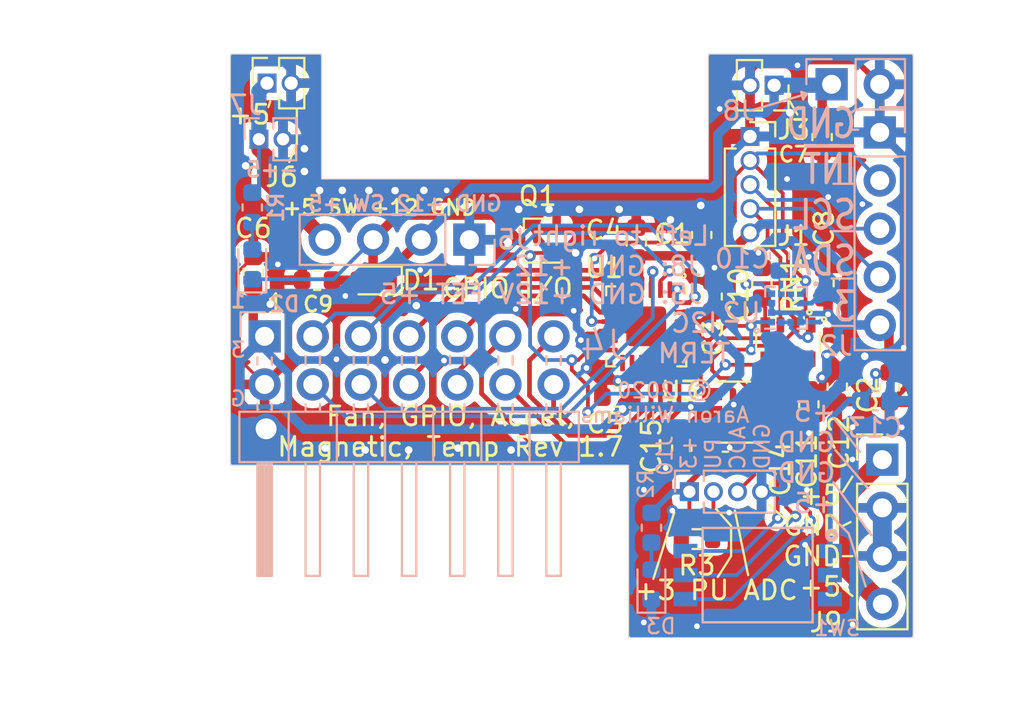
<source format=kicad_pcb>
(kicad_pcb (version 20221018) (generator pcbnew)
  (title_block (title "GPIO + Fan Controller + Accelerometer") (date "2020-12-29") (rev "1.7") (comment 1 "© 2020 Aaron Williams"))
  (layers (0 "F.Cu" signal) (31 "B.Cu" signal) (34 "B.Paste" user) (35 "F.Paste" user) (36 "B.SilkS" user "B.Silkscreen") (37 "F.SilkS" user "F.Silkscreen") (38 "B.Mask" user) (39 "F.Mask" user) (44 "Edge.Cuts" user))
  (net 0 "")
  (net 1 "GND")
  (net 2 "+3V3")
  (net 3 "/SDA")
  (net 4 "/SCL")
  (net 5 "/~{INT}")
  (net 6 "+12V")
  (net 7 "/P1_3")
  (net 8 "/P1_2")
  (net 9 "/P1_1")
  (net 10 "/P1_0")
  (net 11 "/P0_7")
  (net 12 "/P0_6")
  (net 13 "/P0_5")
  (net 14 "/P0_4")
  (net 15 "/P0_3")
  (net 16 "/P0_2")
  (net 17 "/P0_1")
  (net 18 "/P0_0")
  (net 19 "/FAN_CTL")
  (net 20 "Net-(U1-Pad14)")
  (net 21 "Net-(U1-Pad13)")
  (net 22 "Net-(U1-Pad12)")
  (net 23 "+5V")
  (net 24 "/FET")
  (net 25 "/~{INT_PU}")
  (net 26 "/SDA_PU")
  (net 27 "/SCL_PU")
  (net 28 "Net-(D2-Pad2)")
  (net 29 "Net-(D3-Pad2)")
  (net 30 "Net-(C10-Pad1)")
  (net 31 "Net-(J9-Pad1)")
  (net 32 "/ADC_IN")
  (net 33 "/PU_OUT")
  (footprint "Capacitor_SMD:C_0603_1608Metric" (layer "F.Cu") (at 70.4 60.1 180)
    (fp_text reference "C5")
    (fp_text value "1uF")
  )
  (footprint "Capacitor_SMD:C_0603_1608Metric" (layer "F.Cu") (at 51.2 53.5 90)
    (fp_text reference "C6")
    (fp_text value "1uF")
  )
  (footprint "Connector_PinSocket_1.27mm:PinSocket_1x05_P1.27mm_Vertical" (layer "F.Cu") (at 77.4 46.355)
    (fp_text reference "J1")
    (fp_text value "Conn_01x05")
  )
  (footprint "Package_TO_SOT_SMD:SOT-323_SC-70" (layer "F.Cu") (at 66.2 51.85 180)
    (fp_text reference "Q1")
    (fp_text value "BSS214NW")
  )
  (footprint "Capacitor_SMD:C_0603_1608Metric" (layer "F.Cu") (at 75.4 54.8 90)
    (fp_text reference "C3")
    (fp_text value "1uF")
  )
  (footprint "Package_DFN_QFN:Texas_S-PVQFN-N24_EP2.1x2.1mm" (layer "F.Cu") (at 71.925 56.375 -90)
    (fp_text reference "U1")
    (fp_text value "PCA9575HF")
  )
  (footprint "Connector_PinSocket_1.27mm:PinSocket_1x02_P1.27mm_Vertical" (layer "F.Cu") (at 78.67 43.65 -90)
    (fp_text reference "J3")
    (fp_text value "Conn_01x02")
  )
  (footprint "Capacitor_SMD:C_0603_1608Metric" (layer "F.Cu") (at 71.4 51.95 90)
    (fp_text reference "C4")
    (fp_text value "1uF")
  )
  (footprint "Resistor_SMD:R_Array_Convex_4x0603" (layer "F.Cu") (at 79.4 57.2 -90)
    (fp_text reference "RN1")
    (fp_text value "4.7K")
  )
  (footprint "Capacitor_SMD:C_0603_1608Metric" (layer "F.Cu") (at 84.75 59.59 -90)
    (fp_text reference "C2")
    (fp_text value "1uF")
  )
  (footprint "Connector_PinSocket_1.27mm:PinSocket_1x02_P1.27mm_Vertical" (layer "F.Cu") (at 51.93 43.54 90)
    (fp_text reference "J6")
    (fp_text value "Conn_01x02")
  )
  (footprint "Capacitor_SMD:C_0603_1608Metric" (layer "F.Cu") (at 81.2 46.3875 -90)
    (fp_text reference "C7")
    (fp_text value "1uF")
  )
  (footprint "Diode_SMD:D_0603_1608Metric" (layer "F.Cu") (at 57.55 53.95 180)
    (fp_text reference "D1")
    (fp_text value "D_Schottky")
  )
  (footprint "Capacitor_SMD:C_0603_1608Metric" (layer "F.Cu") (at 74.85 51.55 90)
    (fp_text reference "C1")
    (fp_text value "1uF")
  )
  (footprint "Capacitor_SMD:C_0603_1608Metric" (layer "F.Cu") (at 54.57 53.94 180)
    (fp_text reference "C9")
    (fp_text value "1uF")
  )
  (footprint "Capacitor_SMD:C_0603_1608Metric" (layer "F.Cu") (at 78.025 54.075 90)
    (fp_text reference "C10")
    (fp_text value "0.01uF")
  )
  (footprint "Capacitor_SMD:C_0603_1608Metric" (layer "F.Cu") (at 80.5 60.4875 -90)
    (fp_text reference "C11")
    (fp_text value "0.1uF")
  )
  (footprint "Capacitor_SMD:C_0603_1608Metric" (layer "F.Cu") (at 82 59.55 -90)
    (fp_text reference "C12")
    (fp_text value "10uF")
  )
  (footprint "Capacitor_SMD:C_0603_1608Metric" (layer "F.Cu") (at 81.3 54.1 90)
    (fp_text reference "C8")
    (fp_text value "0.1uF")
  )
  (footprint "Connector_PinHeader_2.54mm:PinHeader_1x04_P2.54mm_Vertical" (layer "F.Cu") (at 84.375 63.41)
    (fp_text reference "J9")
    (fp_text value "Conn_01x04 DNS")
  )
  (footprint "Capacitor_SMD:C_0603_1608Metric" (layer "F.Cu") (at 76.1 63.5)
    (fp_text reference "C14")
    (fp_text value "1uF")
  )
  (footprint "Capacitor_SMD:C_0603_1608Metric" (layer "F.Cu") (at 73.8 62.8 -90)
    (fp_text reference "C15")
    (fp_text value "0.1uF")
  )
  (footprint "Package_TO_SOT_SMD:SOT-23-6" (layer "F.Cu") (at 76.5 60.9 180)
    (fp_text reference "U3")
    (fp_text value "ADS1110")
  )
  (footprint "Resistor_SMD:R_0603_1608Metric" (layer "F.Cu") (at 74.6 67.6)
    (fp_text reference "R3")
    (fp_text value "4.7K")
  )
  (footprint "Connector_PinHeader_2.54mm:PinHeader_1x05_P2.54mm_Vertical" (layer "B.Cu") (at 84.24 46.14 180)
    (fp_text reference "J2")
    (fp_text value "Conn_01x05 DNS")
  )
  (footprint "Connector_PinHeader_2.54mm:PinHeader_2x07_P2.54mm_Horizontal" (layer "B.Cu") (at 51.8 56.9 -90)
    (fp_text reference "J4")
    (fp_text value "Conn_02x07_Odd_Even")
  )
  (footprint "Connector_PinHeader_1.27mm:PinHeader_1x02_P1.27mm_Vertical" (layer "B.Cu") (at 51.5 46.5 -90)
    (fp_text reference "J7")
    (fp_text value "Conn_01x02 DNS")
  )
  (footprint "Aaron:SW_DIP_SPSTx03_Slide_Wurth_416131160803_8.89x4.98mm_W2.65mm_P1.27mm" (layer "B.Cu") (at 77.8 69.5 -90)
    (fp_text reference "SW1")
    (fp_text value "SW_DIP_x03")
  )
  (footprint "Connector_PinHeader_2.54mm:PinHeader_1x02_P2.54mm_Vertical" (layer "B.Cu") (at 81.7 43.6 -90)
    (fp_text reference "J8")
    (fp_text value "Conn_01x02 DNS")
  )
  (footprint "LED_SMD:LED_0603_1608Metric" (layer "B.Cu") (at 51.15 53.1 90)
    (fp_text reference "D2")
    (fp_text value "LED RED")
  )
  (footprint "Resistor_SMD:R_0603_1608Metric" (layer "B.Cu") (at 51.15 50.1 -90)
    (fp_text reference "R1")
    (fp_text value "1K")
  )
  (footprint "LED_SMD:LED_0603_1608Metric" (layer "B.Cu") (at 72.2 70 90)
    (fp_text reference "D3")
    (fp_text value "LED GREEN")
  )
  (footprint "Resistor_SMD:R_0603_1608Metric" (layer "B.Cu") (at 72.2 67 -90)
    (fp_text reference "R2")
    (fp_text value "100")
  )
  (footprint "Connector_PinHeader_2.54mm:PinHeader_1x04_P2.54mm_Vertical" (layer "B.Cu") (at 62.6 51.8 90)
    (fp_text reference "J5")
    (fp_text value "Conn_01x04 DNS")
  )
  (footprint "Capacitor_SMD:C_0603_1608Metric" (layer "B.Cu") (at 78.95 52.65 90)
    (fp_text reference "C10")
    (fp_text value "0.22uF")
  )
  (footprint "Package_LGA:LGA-12_2x2mm_P0.5mm" (layer "B.Cu") (at 79.3 55.4)
    (fp_text reference "U2")
    (fp_text value "LSM303AGRTR")
  )
  (footprint "Capacitor_SMD:C_0603_1608Metric" (layer "B.Cu") (at 84 60.3)
    (fp_text reference "C13")
    (fp_text value "0.1uF")
  )
  (footprint "Connector_PinHeader_1.27mm:PinHeader_1x04_P1.27mm_Vertical" (layer "B.Cu") (at 74.2 65.1 -90)
    (fp_text reference "J10")
    (fp_text value "Conn_01x04 DNS")
  )
  (gr_line (start 80.2 44.4) (end 80.4 44.1) (stroke (width 0.12)) (layer "B.SilkS"))
  (gr_line (start 81.6 66.3) (end 82.6 67.3) (stroke (width 0.12)) (layer "B.SilkS"))
  (gr_line (start 81.775 51.35) (end 82.925 51.35) (stroke (width 0.12)) (layer "B.SilkS"))
  (gr_line (start 82.6 45.2) (end 83 44.9) (stroke (width 0.12)) (layer "B.SilkS"))
  (gr_line (start 82.6 67.3) (end 83.5 70.1) (stroke (width 0.12)) (layer "B.SilkS"))
  (gr_line (start 82.7 46) (end 83.1 46) (stroke (width 0.12)) (layer "B.SilkS"))
  (gr_line (start 81.725 56.35) (end 82.9 56.35) (stroke (width 0.12)) (layer "B.SilkS"))
  (gr_line (start 81.8 61.2) (end 83.2 63) (stroke (width 0.12)) (layer "B.SilkS"))
  (gr_circle (center 77.75 56.6) (end 77.8 56.6) (stroke (width 0.12)) (fill none) (layer "B.SilkS"))
  (gr_line (start 81.9 62.9) (end 83.6 64.9) (stroke (width 0.12)) (layer "B.SilkS"))
  (gr_line (start 81.7 53.85) (end 82.875 53.85) (stroke (width 0.12)) (layer "B.SilkS"))
  (gr_line (start 80.4 44.1) (end 80.1 44) (stroke (width 0.12)) (layer "B.SilkS"))
  (gr_circle (center 80.875 54.125) (end 80.875 54.05) (stroke (width 0.12)) (fill none) (layer "B.SilkS"))
  (gr_line (start 80.1 44) (end 80.2 44.4) (stroke (width 0.12)) (layer "B.SilkS"))
  (gr_line (start 81.8 64.6) (end 83.8 67.4) (stroke (width 0.12)) (layer "B.SilkS"))
  (gr_line (start 77.4 45) (end 80.4 44.1) (stroke (width 0.12)) (layer "B.SilkS"))
  (gr_line (start 81.8 48.85) (end 82.875 48.85) (stroke (width 0.12)) (layer "B.SilkS"))
  (gr_line (start 53.1 47.7) (end 53.5 46.7) (stroke (width 0.12)) (layer "F.SilkS"))
  (gr_line (start 75.7 69.6) (end 76.4 68.5) (stroke (width 0.12)) (layer "F.SilkS"))
  (gr_line (start 82.3 65.1) (end 82.8 64.3) (stroke (width 0.12)) (layer "F.SilkS"))
  (gr_line (start 82.3 68.5) (end 82.8 68.5) (stroke (width 0.12)) (layer "F.SilkS"))
  (gr_line (start 82.3 70.2) (end 82.8 70.6) (stroke (width 0.12)) (layer "F.SilkS"))
  (gr_circle (center 81.3 56) (end 81.35 56) (stroke (width 0.12)) (fill none) (layer "F.SilkS"))
  (gr_line (start 79.9 45.2) (end 79.5 44.5) (stroke (width 0.12)) (layer "F.SilkS"))
  (gr_circle (center 73.9 53.7) (end 74 53.7) (stroke (width 0.12)) (fill none) (layer "F.SilkS"))
  (gr_line (start 52 44.8) (end 52.1 44.5) (stroke (width 0.12)) (layer "F.SilkS"))
  (gr_line (start 77.3 69.5) (end 76.6 66.1) (stroke (width 0.12)) (layer "F.SilkS"))
  (gr_line (start 51 45.5) (end 51 45.7) (stroke (width 0.12)) (layer "F.SilkS"))
  (gr_line (start 76.4 66.9) (end 75.6 66) (stroke (width 0.12)) (layer "F.SilkS"))
  (gr_line (start 82.3 66.9) (end 82.7 66.7) (stroke (width 0.12)) (layer "F.SilkS"))
  (gr_line (start 72.3 69.7) (end 73.4 66.2) (stroke (width 0.12)) (layer "F.SilkS"))
  (gr_circle (center 80.525 55.625) (end 80.575 55.65) (stroke (width 0.12)) (fill none) (layer "F.SilkS"))
  (gr_line (start 76.4 68.5) (end 76.4 66.9) (stroke (width 0.12)) (layer "F.SilkS"))
  (gr_line (start 79.2 66.5) (end 78.4 65.8) (stroke (width 0.12)) (layer "F.SilkS"))
  (gr_line (start 53.5 46.7) (end 53.5 44.9) (stroke (width 0.12)) (layer "F.SilkS"))
  (gr_line (start 71 63.7) (end 71 72.8) (stroke (width 0.05)) (layer "Edge.Cuts"))
  (gr_line (start 54.8 42) (end 50 42) (stroke (width 0.05)) (layer "Edge.Cuts"))
  (gr_line (start 54.8 48.6) (end 54.8 42) (stroke (width 0.05)) (layer "Edge.Cuts"))
  (gr_line (start 86 42) (end 75.2 42) (stroke (width 0.05)) (layer "Edge.Cuts"))
  (gr_line (start 70.2 63.7) (end 71 63.7) (stroke (width 0.05)) (layer "Edge.Cuts"))
  (gr_line (start 50 63.7) (end 70.2 63.7) (stroke (width 0.05)) (layer "Edge.Cuts"))
  (gr_line (start 86 63.7) (end 86 42) (stroke (width 0.05)) (layer "Edge.Cuts"))
  (gr_line (start 75.2 42) (end 75.2 48.6) (stroke (width 0.05)) (layer "Edge.Cuts"))
  (gr_line (start 75.2 48.6) (end 54.8 48.6) (stroke (width 0.05)) (layer "Edge.Cuts"))
  (gr_line (start 86 72.8) (end 71 72.8) (stroke (width 0.05)) (layer "Edge.Cuts"))
  (gr_line (start 50 42) (end 50 63.7) (stroke (width 0.05)) (layer "Edge.Cuts"))
  (gr_line (start 86 63.7) (end 86 72.8) (stroke (width 0.05)) (layer "Edge.Cuts"))
  (gr_text "J5: GND +12V FET +5" (at 66.37 54.68) (layer "B.SilkS") (effects (font (size 1 1)) (justify mirror)))
  (gr_text "© 2020\nAaron Williams" (at 72.9 60.4) (layer "B.SilkS") (effects (font (size 0.8 0.8) (thickness 0.12)) (justify mirror)))
  (gr_text "GND +12 SW +5" (at 59.2 49.9) (layer "B.SilkS") (effects (font (size 0.8 0.8)) (justify mirror)))
  (gr_text "I2C\nTERM" (at 74.45 57) (layer "B.SilkS") (effects (font (size 1 1)) (justify mirror)))
  (gr_text "+5\nGND\nGND\n+5" (at 82 63.3) (layer "B.SilkS") (effects (font (size 1 1)) (justify left mirror)))
  (gr_text "+3\nPU\nADC\nGND" (at 76.1 64 90) (layer "B.SilkS") (effects (font (size 0.8 0.8) (thickness 0.12)) (justify right mirror)))
  (gr_text "GND\n~{INT}\nSCL\nSDA\n3" (at 83.1 50.5) (layer "B.SilkS") (effects (font (size 1.5 1.2) (thickness 0.2)) (justify left mirror)))
  (gr_text "-+5" (at 52.2 48.1) (layer "B.SilkS") (effects (font (size 0.8 0.8)) (justify mirror)))
  (gr_text "J8: GND +12" (at 69.9 53.2) (layer "B.SilkS") (effects (font (size 1 1)) (justify mirror)))
  (gr_text "3\n\nG" (at 50.4 58.9) (layer "B.SilkS") (effects (font (size 0.8 0.8) (thickness 0.12)) (justify mirror)))
  (gr_text "1" (at 50.4 55) (layer "B.SilkS") (effects (font (size 0.8 0.8)) (justify mirror)))
  (gr_text "Left to right" (at 70.6 51.6) (layer "B.SilkS") (effects (font (size 1 1)) (justify mirror)))
  (gr_text "+3 PU ADC" (at 75.6 70.3) (layer "F.SilkS") (effects (font (size 1 1))))
  (gr_text "GPIO I/O" (at 64.62 54.37) (layer "F.SilkS") (effects (font (size 1 1))))
  (gr_text "+5\nGND\nGND\n+5" (at 82.3 67.7) (layer "F.SilkS") (effects (font (size 1 1)) (justify right)))
  (gr_text "1" (at 52.39 55.19) (layer "F.SilkS") (effects (font (size 1 1))))
  (gr_text "+5 SW +12 GND" (at 57.86 50.11) (layer "F.SilkS") (effects (font (size 0.8 0.8))))
  (gr_text "+5" (at 51 45.2) (layer "F.SilkS") (effects (font (size 1 1))))
  (gr_text "Fan, GPIO, Accel,\nMagnetic, Temp Rev 1.7" (at 61.6 61.925) (layer "F.SilkS") (effects (font (size 1 1))))
  (segment (start 58.149999 58.150001) (end 58.155017 58.150001) (width 0.4) (layer "F.Cu") (net 1))
  (segment (start 55.5875 58.1125) (end 55.590001 58.109999) (width 0.4) (layer "F.Cu") (net 1))
  (segment (start 85.5 57.5) (end 85.5 57.5) (width 0.4) (layer "F.Cu") (net 1))
  (segment (start 76.535 61.135) (end 75.82 61.85) (width 0.3) (layer "F.Cu") (net 1))
  (segment (start 72.95 63.85) (end 71.8 65) (width 0.3) (layer "F.Cu") (net 1))
  (segment (start 80 42.4) (end 77.942894 42.4) (width 0.3) (layer "F.Cu") (net 1))
  (segment (start 76.325 62.775) (end 75.4 61.85) (width 0.3) (layer "F.Cu") (net 1))
  (segment (start 55.590001 58.190003) (end 55.590001 60.909999) (width 0.4) (layer "F.Cu") (net 1))
  (segment (start 51.8 59.44) (end 51.14 59.44) (width 0.5) (layer "F.Cu") (net 1))
  (segment (start 75.4 53.403373) (end 75.525627 53.277746) (width 0.5) (layer "F.Cu") (net 1))
  (segment (start 77.942894 42.4) (end 77.4 42.942894) (width 0.3) (layer "F.Cu") (net 1))
  (segment (start 74.85 50.7625) (end 75.325 50.7625) (width 0.5) (layer "F.Cu") (net 1))
  (segment (start 85.5 47.4) (end 85.5 57.5) (width 0.4) (layer "F.Cu") (net 1))
  (segment (start 51.2 52.7125) (end 51.1875 52.7125) (width 0.16) (layer "F.Cu") (net 1))
  (segment (start 58.155017 58.150001) (end 58.155017 57.474985) (width 0.4) (layer "F.Cu") (net 1))
  (segment (start 58.155017 57.474985) (end 58.155017 60.844983) (width 0.4) (layer "F.Cu") (net 1))
  (segment (start 69.6125 59.9) (end 69.6125 59.406925) (width 0.3) (layer "F.Cu") (net 1))
  (segment (start 84.24 46.14) (end 85.5 47.4) (width 0.4) (layer "F.Cu") (net 1))
  (segment (start 73.225 63.575) (end 72.95 63.85) (width 0.3) (layer "F.Cu") (net 1))
  (segment (start 81.0625 61.275) (end 82 60.3375) (width 0.3) (layer "F.Cu") (net 1))
  (segment (start 75.899989 48.135048) (end 75.9 48.135037) (width 0.8) (layer "F.Cu") (net 1))
  (segment (start 60.670001 60.679999) (end 60.670001 58.765243) (width 0.4) (layer "F.Cu") (net 1))
  (segment (start 78.025 53.2875) (end 78.025 52.672096) (width 0.5) (layer "F.Cu") (net 1))
  (segment (start 76.875 63.325) (end 76.325 62.775) (width 0.3) (layer "F.Cu") (net 1))
  (segment (start 83.039999 42.399999) (end 80 42.4) (width 0.3) (layer "F.Cu") (net 1))
  (segment (start 55.549999 58.150001) (end 58.149999 58.150001) (width 0.4) (layer "F.Cu") (net 1))
  (segment (start 76.1 46.355) (end 77.4 46.355) (width 0.8) (layer "F.Cu") (net 1))
  (segment (start 55.549999 58.150001) (end 55.5875 58.1125) (width 0.4) (layer "F.Cu") (net 1))
  (segment (start 50.500001 44.899999) (end 50.500001 47.600011) (width 0.4) (layer "F.Cu") (net 1))
  (segment (start 75.9 48.135037) (end 75.9 46.555) (width 0.8) (layer "F.Cu") (net 1))
  (segment (start 75.875 50.2125) (end 75.875 49.525) (width 0.5) (layer "F.Cu") (net 1))
  (segment (start 60.958906 58.476338) (end 61.258905 58.176339) (width 0.4) (layer "F.Cu") (net 1))
  (segment (start 59.108235 55.59) (end 59.418214 55.280021) (width 0.5) (layer "F.Cu") (net 1))
  (segment (start 53.089999 58.150001) (end 55.549999 58.150001) (width 0.4) (layer "F.Cu") (net 1))
  (segment (start 69.500004 56.625) (end 69.350002 56.775002) (width 0.25) (layer "F.Cu") (net 1))
  (segment (start 69.6125 59.9) (end 69.7 59.9) (width 0.3) (layer "F.Cu") (net 1))
  (segment (start 75.325 50.7625) (end 75.875 50.2125) (width 0.5) (layer "F.Cu") (net 1))
  (segment (start 52.85 42.45) (end 50.9 42.45) (width 0.4) (layer "F.Cu") (net 1))
  (segment (start 50.500001 47.600011) (end 50.79999 47.9) (width 0.4) (layer "F.Cu") (net 1))
  (segment (start 57.300001 49.2) (end 54.7 49.2) (width 0.5) (layer "F.Cu") (net 1))
  (segment (start 77.4 42.942894) (end 77.4 43.65) (width 0.3) (layer "F.Cu") (net 1))
  (segment (start 51.1875 52.7125) (end 50.4 53.5) (width 0.16) (layer "F.Cu") (net 1))
  (segment (start 75.4 54.0125) (end 75.4 53.403373) (width 0.5) (layer "F.Cu") (net 1))
  (segment (start 75.899989 49.100011) (end 71.699989 49.100011) (width 0.5) (layer "F.Cu") (net 1))
  (segment (start 78.025 52.672096) (end 77.845202 52.492298) (width 0.5) (layer "F.Cu") (net 1))
  (segment (start 69.95 56.625) (end 71.125 56.625) (width 0.25) (layer "F.Cu") (net 1))
  (segment (start 68.801147 56.775002) (end 68.476153 57.099996) (width 0.25) (layer "F.Cu") (net 1))
  (segment (start 60.670001 58.765243) (end 60.958906 58.476338) (width 0.4) (layer "F.Cu") (net 1))
  (segment (start 77.6 60.9) (end 76.77 60.9) (width 0.3) (layer "F.Cu") (net 1))
  (segment (start 75.9 46.555) (end 76.1 46.355) (width 0.8) (layer "F.Cu") (net 1))
  (segment (start 84.8225 60.3775) (end 84.75 60.3775) (width 0.3) (layer "F.Cu") (net 1))
  (segment (start 71.699978 49.1) (end 70.7 49.1) (width 0.5) (layer "F.Cu") (net 1))
  (segment (start 55.590001 58.109999) (end 55.590001 55.809999) (width 0.4) (layer "F.Cu") (net 1))
  (segment (start 67.7 55.6) (end 65.199988 55.6) (width 0.5) (layer "F.Cu") (net 1))
  (segment (start 53.2 42.8) (end 52.85 42.45) (width 0.4) (layer "F.Cu") (net 1))
  (segment (start 51.8 59.44) (end 53.089999 58.150001) (width 0.4) (layer "F.Cu") (net 1))
  (segment (start 71.125 56.625) (end 71.4 56.9) (width 0.25) (layer "F.Cu") (net 1))
  (segment (start 69.6125 59.9) (end 69.762619 59.9) (width 0.2) (layer "F.Cu") (net 1))
  (segment (start 50.7 44.7) (end 50.500001 44.899999) (width 0.4) (layer "F.Cu") (net 1))
  (segment (start 69.662095 59.212095) (end 70.052885 59.212095) (width 0.5) (layer "F.Cu") (net 1))
  (segment (start 71.699989 49.100011) (end 71.699978 49.1) (width 0.5) (layer "F.Cu") (net 1))
  (segment (start 73.8 63.575) (end 73.225 63.575) (width 0.3) (layer "F.Cu") (net 1))
  (segment (start 84.24 43.6) (end 83.039999 42.399999) (width 0.3) (layer "F.Cu") (net 1))
  (segment (start 85.6 59.6) (end 84.8225 60.3775) (width 0.3) (layer "F.Cu") (net 1))
  (segment (start 65.199988 55.6) (end 65.060859 55.460871) (width 0.5) (layer "F.Cu") (net 1))
  (segment (start 70.052885 59.212095) (end 70.412095 59.212095) (width 0.5) (layer "F.Cu") (net 1))
  (segment (start 76.875 63.5) (end 76.875 63.325) (width 0.3) (layer "F.Cu") (net 1))
  (segment (start 85.5 57.5) (end 85.6 57.6) (width 0.3) (layer "F.Cu") (net 1))
  (segment (start 69.39787 59.192295) (end 68.774955 58.56938) (width 0.4) (layer "F.Cu") (net 1))
  (segment (start 69.9875 56.625) (end 69.500004 56.625) (width 0.25) (layer "F.Cu") (net 1))
  (segment (start 69.65 59.2) (end 69.662095 59.212095) (width 0.5) (layer "F.Cu") (net 1))
  (segment (start 55.549999 58.150001) (end 55.590001 58.190003) (width 0.4) (layer "F.Cu") (net 1))
  (segment (start 75.899989 49.100011) (end 75.899989 48.135048) (width 0.8) (layer "F.Cu") (net 1))
  (segment (start 76.77 60.9) (end 76.535 61.135) (width 0.3) (layer "F.Cu") (net 1))
  (segment (start 50.950001 58.590001) (end 51.8 59.44) (width 0.16) (layer "F.Cu") (net 1))
  (segment (start 75.82 61.85) (end 75.4 61.85) (width 0.3) (layer "F.Cu") (net 1))
  (segment (start 56.05 55.59) (end 59.108235 55.59) (width 0.5) (layer "F.Cu") (net 1))
  (segment (start 69.350002 56.775002) (end 68.801147 56.775002) (width 0.25) (layer "F.Cu") (net 1))
  (segment (start 59.418214 55.280021) (end 59.800693 55.280021) (width 0.5) (layer "F.Cu") (net 1))
  (segment (start 80.5 61.275) (end 81.0625 61.275) (width 0.3) (layer "F.Cu") (net 1))
  (segment (start 51.8 59.44) (end 53.050001 58.189999) (width 0.4) (layer "F.Cu") (net 1))
  (segment (start 70.7 49.1) (end 70.2 49.6) (width 0.5) (layer "F.Cu") (net 1))
  (segment (start 66.325 51.2) (end 66.2 51.2) (width 0.3) (layer "F.Cu") (net 1))
  (segment (start 85.6 57.6) (end 85.6 59.6) (width 0.3) (layer "F.Cu") (net 1))
  (segment (start 50.4 58.04) (end 50.950001 58.590001) (width 0.16) (layer "F.Cu") (net 1))
  (segment (start 53.050001 58.189999) (end 53.050001 55.349999) (width 0.4) (layer "F.Cu") (net 1))
  (segment (start 53.2 43.54) (end 53.2 42.8) (width 0.4) (layer "F.Cu") (net 1))
  (segment (start 50.4 53.5) (end 50.4 58.04) (width 0.16) (layer "F.Cu") (net 1))
  (segment (start 69.6125 59.406925) (end 68.774955 58.56938) (width 0.3) (layer "F.Cu") (net 1))
  (segment (start 81.1 53.3125) (end 80.49375 52.70625) (width 0.3) (layer "F.Cu") (net 1))
  (segment (start 81.3 53.3125) (end 81.1 53.3125) (width 0.3) (layer "F.Cu") (net 1))
  (via (at 62 62.8) (size 0.8) (drill 0.4) (layers "F.Cu" "B.Cu") (net 1))
  (via (at 72.95 63.85) (size 0.6) (drill 0.3) (layers "F.Cu" "B.Cu") (net 1))
  (via (at 61.258905 58.176339) (size 0.6) (drill 0.3) (layers "F.Cu" "B.Cu") (net 1))
  (via (at 73.3 66.1) (size 0.6) (drill 0.3) (layers "F.Cu" "B.Cu") (net 1))
  (via (at 55 62.8) (size 0.8) (drill 0.4) (layers "F.Cu" "B.Cu") (net 1))
  (via (at 57.300001 49.2) (size 0.8) (drill 0.4) (layers "F.Cu" "B.Cu") (net 1))
  (via (at 51.88 61.78) (size 1.6) (drill 1.1) (layers "F.Cu" "B.Cu") (net 1))
  (via (at 65.039129 55.460871) (size 0.6) (drill 0.3) (layers "F.Cu" "B.Cu") (net 1))
  (via (at 80.4 65) (size 0.6) (drill 0.3) (layers "F.Cu" "B.Cu") (net 1))
  (via (at 59.4 62.9) (size 0.8) (drill 0.4) (layers "F.Cu" "B.Cu") (net 1))
  (via (at 66.8 50.2) (size 0.8) (drill 0.4) (layers "F.Cu" "B.Cu") (net 1))
  (via (at 58.68 49.21) (size 0.8) (drill 0.4) (layers "F.Cu" "B.Cu") (net 1))
  (via (at 77.845202 52.492298) (size 0.6) (drill 0.3) (layers "F.Cu" "B.Cu") (net 1))
  (via (at 82.8 72.1) (size 0.6) (drill 0.3) (layers "F.Cu" "B.Cu") (net 1))
  (via (at 74.6 72.2) (size 0.6) (drill 0.3) (layers "F.Cu" "B.Cu") (net 1))
  (via (at 53.9 48.2) (size 0.8) (drill 0.4) (layers "F.Cu" "B.Cu") (net 1))
  (via (at 61.4 49.2) (size 0.6) (drill 0.3) (layers "F.Cu" "B.Cu") (net 1))
  (via (at 82.8 63.4) (size 0.6) (drill 0.3) (layers "F.Cu" "B.Cu") (net 1))
  (via (at 71.8 65) (size 0.6) (drill 0.3) (layers "F.Cu" "B.Cu") (net 1))
  (via (at 70.45 59.25) (size 0.6) (drill 0.3) (layers "F.Cu" "B.Cu") (net 1))
  (via (at 76.325 62.775) (size 0.6) (drill 0.3) (layers "F.Cu" "B.Cu") (net 1))
  (via (at 70.5 50.2) (size 0.8) (drill 0.4) (layers "F.Cu" "B.Cu") (net 1))
  (via (at 64.8 62.9) (size 0.8) (drill 0.4) (layers "F.Cu" "B.Cu") (net 1))
  (via (at 83.45 57.95) (size 0.8) (drill 0.4) (layers "F.Cu" "B.Cu") (net 1))
  (via (at 50.79999 47.9) (size 0.8) (drill 0.4) (layers "F.Cu" "B.Cu") (net 1))
  (via (at 79.35 48.6) (size 0.6) (drill 0.3) (layers "F.Cu" "B.Cu") (net 1))
  (via (at 74.8 49.99375) (size 0.8) (drill 0.4) (layers "F.Cu" "B.Cu") (net 1))
  (via (at 56.06 54.77) (size 0.6) (drill 0.3) (layers "F.Cu" "B.Cu") (net 1))
  (via (at 60 53.4) (size 0.6) (drill 0.3) (layers "F.Cu" "B.Cu") (net 1))
  (via (at 53.9 47) (size 0.8) (drill 0.4) (layers "F.Cu" "B.Cu") (net 1))
  (via (at 58.149999 58.150001) (size 0.8) (drill 0.4) (layers "F.Cu" "B.Cu") (net 1))
  (via (at 52.1 55.2) (size 0.8) (drill 0.4) (layers "F.Cu" "B.Cu") (net 1))
  (via (at 59.800693 55.280021) (size 0.8) (drill 0.4) (layers "F.Cu" "B.Cu") (net 1))
  (via (at 76.3 66.2) (size 0.6) (drill 0.3) (layers "F.Cu" "B.Cu") (net 1))
  (via (at 79.5 45.1) (size 0.8) (drill 0.4) (layers "F.Cu" "B.Cu") (net 1))
  (via (at 68.1 55.55) (size 0.6) (drill 0.3) (layers "F.Cu" "B.Cu") (net 1))
  (via (at 80.49375 52.70625) (size 0.6) (drill 0.3) (layers "F.Cu" "B.Cu") (net 1))
  (via (at 75.525627 53.277746) (size 0.6) (drill 0.3) (layers "F.Cu" "B.Cu") (net 1))
  (via (at 83.325 49.925) (size 0.6) (drill 0.3) (layers "F.Cu" "B.Cu") (net 1))
  (via (at 85.4 61.7) (size 0.6) (drill 0.3) (layers "F.Cu" "B.Cu") (net 1))
  (via (at 85.5 57.5) (size 0.6) (drill 0.3) (layers "F.Cu" "B.Cu") (net 1))
  (via (at 68.476153 57.099996) (size 0.6) (drill 0.3) (layers "F.Cu" "B.Cu") (net 1))
  (via (at 73.2 50.75) (size 0.8) (drill 0.4) (layers "F.Cu" "B.Cu") (net 1))
  (via (at 68.2 52.5) (size 0.8) (drill 0.4) (layers "F.Cu" "B.Cu") (net 1))
  (via (at 60.2 49.2) (size 0.8) (drill 0.4) (layers "F.Cu" "B.Cu") (net 1))
  (via (at 55.5875 58.1125) (size 0.6) (drill 0.3) (layers "F.Cu" "B.Cu") (net 1))
  (via (at 80.3 67.9) (size 0.6) (drill 0.3) (layers "F.Cu" "B.Cu") (net 1))
  (via (at 75.8 44.9) (size 0.6) (drill 0.3) (layers "F.Cu" "B.Cu") (net 1))
  (via (at 55.900001 49.2) (size 0.8) (drill 0.4) (layers "F.Cu" "B.Cu") (net 1))
  (via (at 68.774955 58.56938) (size 0.6) (drill 0.3) (layers "F.Cu" "B.Cu") (net 1))
  (via (at 71.8 72) (size 0.6) (drill 0.3) (layers "F.Cu" "B.Cu") (net 1))
  (via (at 81.520416 49.548753) (size 0.6) (drill 0.3) (layers "F.Cu" "B.Cu") (net 1))
  (via (at 82.8 61.7) (size 0.6) (drill 0.3) (layers "F.Cu" "B.Cu") (net 1))
  (via (at 76.535 60.5) (size 0.6) (drill 0.3) (layers "F.Cu" "B.Cu") (net 1))
  (via (at 65.2 50.2) (size 0.8) (drill 0.4) (layers "F.Cu" "B.Cu") (net 1))
  (via (at 79.9 42.6) (size 0.6) (drill 0.3) (layers "F.Cu" "B.Cu") (net 1))
  (via (at 54.7 49.2) (size 0.8) (drill 0.4) (layers "F.Cu" "B.Cu") (net 1))
  (via (at 68.4 50.2) (size 0.8) (drill 0.4) (layers "F.Cu" "B.Cu") (net 1))
  (via (at 52.5 53.1) (size 0.6) (drill 0.3) (layers "F.Cu" "B.Cu") (net 1))
  (via (at 80.5 62) (size 0.6) (drill 0.3) (layers "F.Cu" "B.Cu") (net 1))
  (via (at 57.1 62.9) (size 0.8) (drill 0.4) (layers "F.Cu" "B.Cu") (net 1))
  (segment (start 65.039129 55.460871) (end 63.460867 55.460871) (width 0.5) (layer "B.Cu") (net 1))
  (segment (start 80.49375 52.70625) (end 79.65 51.8625) (width 0.5) (layer "B.Cu") (net 1))
  (segment (start 77.4 46.355) (end 77.337998 46.355) (width 0.4) (layer "B.Cu") (net 1))
  (segment (start 63.249999 55.749999) (end 63.249999 58.050001) (width 0.4) (layer "B.Cu") (net 1))
  (segment (start 65.060859 55.460871) (end 65.039129 55.460871) (width 0.5) (layer "B.Cu") (net 1))
  (segment (start 84.375 68.49) (end 84.375 65.95) (width 1) (layer "B.Cu") (net 1))
  (segment (start 69.508384 57.099996) (end 69.041838 57.099996) (width 0.3) (layer "B.Cu") (net 1))
  (segment (start 68.476153 56.662155) (end 68.249999 56.436001) (width 0.4) (layer "B.Cu") (net 1))
  (segment (start 75.525627 55.074373) (end 75.525627 53.843431) (width 0.5) (layer "B.Cu") (net 1))
  (segment (start 58.149999 58.150001) (end 58.149999 56.36503) (width 0.4) (layer "B.Cu") (net 1))
  (segment (start 58.149999 58.150001) (end 53.527834 58.150001) (width 0.4) (layer "B.Cu") (net 1))
  (segment (start 68.476153 57.099996) (end 68.476153 56.662155) (width 0.4) (layer "B.Cu") (net 1))
  (segment (start 52.817106 42.45) (end 50.95 42.45) (width 0.4) (layer "B.Cu") (net 1))
  (segment (start 50.95 42.45) (end 50.500001 42.899999) (width 0.4) (layer "B.Cu") (net 1))
  (segment (start 75.525627 53.843431) (end 75.525627 53.277746) (width 0.5) (layer "B.Cu") (net 1))
  (segment (start 70.771305 59.212095) (end 74.3834 55.6) (width 0.5) (layer "B.Cu") (net 1))
  (segment (start 60.650001 58.150001) (end 60.676339 58.176339) (width 0.4) (layer "B.Cu") (net 1))
  (segment (start 79.65 51.8625) (end 79.425 51.8625) (width 0.5) (layer "B.Cu") (net 1))
  (segment (start 68.876152 57.499995) (end 68.876152 58.468183) (width 0.3) (layer "B.Cu") (net 1))
  (segment (start 60.650001 58.150001) (end 60.670001 58.130001) (width 0.4) (layer "B.Cu") (net 1))
  (segment (start 68.249999 55.699999) (end 68.1 55.55) (width 0.4) (layer "B.Cu") (net 1))
  (segment (start 79.55 54.6375) (end 79.55 54.25) (width 0.2) (layer "B.Cu") (net 1))
  (segment (start 70.412095 59.212095) (end 70.771305 59.212095) (width 0.5) (layer "B.Cu") (net 1))
  (segment (start 76.35001 47.342988) (end 76.35001 49.39999) (width 0.4) (layer "B.Cu") (net 1))
  (segment (start 58.149999 56.36503) (end 59.235008 55.280021) (width 0.4) (layer "B.Cu") (net 1))
  (segment (start 68.2 52.5) (end 68.658 52.042) (width 0.5) (layer "B.Cu") (net 1))
  (segment (start 79.55 54.6375) (end 79.55 54.95) (width 0.2) (layer "B.Cu") (net 1))
  (segment (start 53.2 43.54) (end 53.2 42.832894) (width 0.4) (layer "B.Cu") (net 1))
  (segment (start 68.658 52.042) (end 69.5 52.042) (width 0.5) (layer "B.Cu") (net 1))
  (segment (start 79.75 55.15) (end 80.0625 55.15) (width 0.2) (layer "B.Cu") (net 1))
  (segment (start 81.520416 49.548753) (end 81.820415 49.248754) (width 0.4) (layer "B.Cu") (net 1))
  (segment (start 79.55 54.25) (end 79.72501 54.07499) (width 0.2) (layer "B.Cu") (net 1))
  (segment (start 69.604194 57.195806) (end 69.508384 57.099996) (width 0.3) (layer "B.Cu") (net 1))
  (segment (start 79.72501 52.16251) (end 79.425 51.8625) (width 0.2) (layer "B.Cu") (net 1))
  (segment (start 60.670001 58.130001) (end 60.670001 55.629999) (width 0.4) (layer "B.Cu") (net 1))
  (segment (start 75.75625 49.99375) (end 74.8 49.99375) (width 0.4) (layer "B.Cu") (net 1))
  (segment (start 81.3 53.5125) (end 80.49375 52.70625) (width 0.5) (layer "B.Cu") (net 1))
  (segment (start 78.475 51.8625) (end 77.845202 52.492298) (width 0.5) (layer "B.Cu") (net 1))
  (segment (start 81.820415 49.248754) (end 81.851246 49.248754) (width 0.4) (layer "B.Cu") (net 1))
  (segment (start 76.35001 49.39999) (end 75.75625 49.99375) (width 0.4) (layer "B.Cu") (net 1))
  (segment (start 79.72501 54.07499) (end 79.72501 52.16251) (width 0.2) (layer "B.Cu") (net 1))
  (segment (start 81.925 54.075) (end 81.625001 53.775001) (width 0.4) (layer "B.Cu") (net 1))
  (segment (start 68.249999 56.436001) (end 68.249999 55.699999) (width 0.4) (layer "B.Cu") (net 1))
  (segment (start 68.876152 58.468183) (end 68.774955 58.56938) (width 0.3) (layer "B.Cu") (net 1))
  (segment (start 74.3834 55.6) (end 75 55.6) (width 0.5) (layer "B.Cu") (net 1))
  (segment (start 68.476153 57.099996) (end 68.876152 57.499995) (width 0.3) (layer "B.Cu") (net 1))
  (segment (start 53.2 42.832894) (end 52.817106 42.45) (width 0.4) (layer "B.Cu") (net 1))
  (segment (start 85.5 47.4) (end 85.5 57.6) (width 0.4) (layer "B.Cu") (net 1))
  (segment (start 77.337998 46.355) (end 76.35001 47.342988) (width 0.4) (layer "B.Cu") (net 1))
  (segment (start 79.55 54.95) (end 79.75 55.15) (width 0.2) (layer "B.Cu") (net 1))
  (segment (start 80.0625 55.15) (end 80.65 55.15) (width 0.25) (layer "B.Cu") (net 1))
  (segment (start 53.527834 58.150001) (end 53.050001 57.672169) (width 0.4) (layer "B.Cu") (net 1))
  (segment (start 78.95 51.8625) (end 78.475 51.8625) (width 0.5) (layer "B.Cu") (net 1))
  (segment (start 63.249999 58.050001) (end 63.123661 58.176339) (width 0.4) (layer "B.Cu") (net 1))
  (segment (start 81.625001 53.775001) (end 80.65 52.8) (width 0.4) (layer "B.Cu") (net 1))
  (segment (start 69.5 52.042) (end 70.25 52.042) (width 0.5) (layer "B.Cu") (net 1))
  (segment (start 60.834641 58.176339) (end 61.258905 58.176339) (width 0.4) (layer "B.Cu") (net 1))
  (segment (start 80.65 55.15) (end 80.9 54.9) (width 0.25) (layer "B.Cu") (net 1))
  (segment (start 85.5 57.6) (end 85.1 58) (width 0.4) (layer "B.Cu") (net 1))
  (segment (start 75 55.6) (end 75.525627 55.074373) (width 0.5) (layer "B.Cu") (net 1))
  (segment (start 51.88 61.78) (end 51.88 61.78) (width 0.5) (layer "B.Cu") (net 1))
  (segment (start 63.123661 58.176339) (end 61.258905 58.176339) (width 0.4) (layer "B.Cu") (net 1))
  (segment (start 53.050001 57.672169) (end 53.050001 55.050001) (width 0.4) (layer "B.Cu") (net 1))
  (segment (start 77.845202 52.492298) (end 77.845202 53.107202) (width 0.5) (layer "B.Cu") (net 1))
  (segment (start 60.676339 58.176339) (end 60.834641 58.176339) (width 0.4) (layer "B.Cu") (net 1))
  (segment (start 58.149999 58.150001) (end 60.650001 58.150001) (width 0.4) (layer "B.Cu") (net 1))
  (segment (start 84.24 46.14) (end 85.5 47.4) (width 0.4) (layer "B.Cu") (net 1))
  (segment (start 59.235008 55.280021) (end 59.800693 55.280021) (width 0.4) (layer "B.Cu") (net 1))
  (segment (start 69.041838 57.099996) (end 68.476153 57.099996) (width 0.3) (layer "B.Cu") (net 1))
  (segment (start 79.425 51.8625) (end 78.95 51.8625) (width 0.2) (layer "B.Cu") (net 1))
  (segment (start 50.500001 42.899999) (end 50.500001 47.600011) (width 0.4) (layer "B.Cu") (net 1))
  (segment (start 77.4 46.355) (end 77.4 46.4) (width 0.25) (layer "B.Cu") (net 1))
  (segment (start 50.500001 47.600011) (end 50.79999 47.9) (width 0.4) (layer "B.Cu") (net 1))
  (segment (start 73.775 65.425) (end 73.9 65.3) (width 0.2) (layer "F.Cu") (net 2))
  (segment (start 75.4 60.9) (end 74.550086 60.9) (width 0.3) (layer "F.Cu") (net 2))
  (segment (start 71.675 59.4125) (end 71.675 58.35) (width 0.3) (layer "F.Cu") (net 2))
  (segment (start 73.9 55.625) (end 75.3625 55.625) (width 0.3) (layer "F.Cu") (net 2))
  (segment (start 71.675 53.853238) (end 71.621281 53.799519) (width 0.3) (layer "F.Cu") (net 2))
  (segment (start 74.537501 52.649999) (end 74.85 52.3375) (width 0.5) (layer "F.Cu") (net 2))
  (segment (start 77.2875 55.5875) (end 77.425 55.45) (width 0.5) (layer "F.Cu") (net 2))
  (segment (start 75.275 63.5) (end 73.8 62.025) (width 0.3) (layer "F.Cu") (net 2))
  (segment (start 81.0625 59.7) (end 82 58.7625) (width 0.5) (layer "F.Cu") (net 2))
  (segment (start 71.675 54.4) (end 71.675 53.853238) (width 0.3) (layer "F.Cu") (net 2))
  (segment (start 74.2 65.1) (end 74.2 64.625) (width 0.3) (layer "F.Cu") (net 2))
  (segment (start 51.2 56.3) (end 51.2 54.2875) (width 0.5) (layer "F.Cu") (net 2))
  (segment (start 84.725 56.785) (end 84.725 58.7625) (width 0.5) (layer "F.Cu") (net 2))
  (segment (start 73.8 62.025) (end 73.775 62.025) (width 0.3) (layer "F.Cu") (net 2))
  (segment (start 73.9 65.3) (end 73.9 64.925) (width 0.3) (layer "F.Cu") (net 2))
  (segment (start 76.4 52.435) (end 76.4 54.6) (width 0.5) (layer "F.Cu") (net 2))
  (segment (start 51.8 56.9) (end 51.8 56.8) (width 0.5) (layer "F.Cu") (net 2))
  (segment (start 84.6775 58.875) (end 84.75 58.8025) (width 0.4) (layer "F.Cu") (net 2))
  (segment (start 82 58.7625) (end 82 58.4625) (width 0.5) (layer "F.Cu") (net 2))
  (segment (start 84.025 58.875) (end 84.6775 58.875) (width 0.4) (layer "F.Cu") (net 2))
  (segment (start 81.5125 55.7375) (end 81.5125 55.1) (width 0.5) (layer "F.Cu") (net 2))
  (segment (start 84.24 56.3) (end 84.725 56.785) (width 0.5) (layer "F.Cu") (net 2))
  (segment (start 81.5125 55.1) (end 81.3 54.8875) (width 0.5) (layer "F.Cu") (net 2))
  (segment (start 73.775 67.6) (end 74.2 67.175) (width 0.2) (layer "F.Cu") (net 2))
  (segment (start 80.5 59.7) (end 80.975 59.7) (width 0.3) (layer "F.Cu") (net 2))
  (segment (start 71.1875 59.9) (end 71.675 59.4125) (width 0.3) (layer "F.Cu") (net 2))
  (segment (start 75.3625 55.625) (end 75.4 55.5875) (width 0.3) (layer "F.Cu") (net 2))
  (segment (start 75.4 55.5875) (end 77.2875 55.5875) (width 0.5) (layer "F.Cu") (net 2))
  (segment (start 71.621281 53.799519) (end 71.621281 52.958781) (width 0.3) (layer "F.Cu") (net 2))
  (segment (start 76.900001 51.934999) (end 76.4 52.435) (width 0.5) (layer "F.Cu") (net 2))
  (segment (start 75.325 63.5) (end 75.275 63.5) (width 0.3) (layer "F.Cu") (net 2))
  (segment (start 80.975 59.7) (end 81.189728 59.485272) (width 0.3) (layer "F.Cu") (net 2))
  (segment (start 82.4 58.5) (end 82.325 58.5) (width 0.2) (layer "F.Cu") (net 2))
  (segment (start 75.4 55.5875) (end 75.4 56.126616) (width 0.4) (layer "F.Cu") (net 2))
  (segment (start 51.7125 56.8125) (end 51.8 56.9) (width 0.5) (layer "F.Cu") (net 2))
  (segment (start 76.4 54.6) (end 75.4125 55.5875) (width 0.5) (layer "F.Cu") (net 2))
  (segment (start 82 58.4625) (end 81.45 57.9125) (width 0.5) (layer "F.Cu") (net 2))
  (segment (start 71.4 52.7375) (end 71.487501 52.649999) (width 0.5) (layer "F.Cu") (net 2))
  (segment (start 74.925 60.9) (end 75.4 60.9) (width 0.4) (layer "F.Cu") (net 2))
  (segment (start 78.2 56.3) (end 78.2 55.3875) (width 0.2) (layer "F.Cu") (net 2))
  (segment (start 77.4 51.435) (end 76.900001 51.934999) (width 0.5) (layer "F.Cu") (net 2))
  (segment (start 77.3 55.5875) (end 78.025 54.8625) (width 0.5) (layer "F.Cu") (net 2))
  (segment (start 51.8 56.9) (end 51.2 56.3) (width 0.5) (layer "F.Cu") (net 2))
  (segment (start 74.550086 60.9) (end 74.275043 60.624957) (width 0.3) (layer "F.Cu") (net 2))
  (segment (start 75.4 56.126616) (end 75.204697 56.321919) (width 0.4) (layer "F.Cu") (net 2))
  (segment (start 70.677132 60.410368) (end 70.677132 60.724979) (width 0.5) (layer "F.Cu") (net 2))
  (segment (start 80.5 59.7) (end 81.0625 59.7) (width 0.5) (layer "F.Cu") (net 2))
  (segment (start 84.6875 58.8) (end 84.409222 58.8) (width 0.3) (layer "F.Cu") (net 2))
  (segment (start 78.2 55.3875) (end 77.7 54.8875) (width 0.2) (layer "F.Cu") (net 2))
  (segment (start 84.725 58.7625) (end 84.6875 58.8) (width 0.3) (layer "F.Cu") (net 2))
  (segment (start 76.515 52.32) (end 76.900001 51.934999) (width 0.5) (layer "F.Cu") (net 2))
  (segment (start 74.2 64.625) (end 75.325 63.5) (width 0.3) (layer "F.Cu") (net 2))
  (segment (start 73.9 56.125) (end 74.8625 56.125) (width 0.3) (layer "F.Cu") (net 2))
  (segment (start 74.85 52.3375) (end 74.8675 52.32) (width 0.5) (layer "F.Cu") (net 2))
  (segment (start 75.4125 55.5875) (end 75.4 55.5875) (width 0.5) (layer "F.Cu") (net 2))
  (segment (start 74.2 67.175) (end 74.2 65.1) (width 0.2) (layer "F.Cu") (net 2))
  (segment (start 73.8 62.025) (end 74.925 60.9) (width 0.4) (layer "F.Cu") (net 2))
  (segment (start 71.487501 52.649999) (end 74.537501 52.649999) (width 0.5) (layer "F.Cu") (net 2))
  (segment (start 71.621281 52.958781) (end 71.4 52.7375) (width 0.3) (layer "F.Cu") (net 2))
  (segment (start 74.8625 56.125) (end 75.4 55.5875) (width 0.3) (layer "F.Cu") (net 2))
  (segment (start 71.1875 59.9) (end 70.677132 60.410368) (width 0.5) (layer "F.Cu") (net 2))
  (segment (start 81.189728 59.485272) (end 81.189728 59.073093) (width 0.3) (layer "F.Cu") (net 2))
  (segment (start 74.8675 52.32) (end 76.515 52.32) (width 0.5) (layer "F.Cu") (net 2))
  (via (at 84.025 58.875) (size 0.6) (drill 0.3) (layers "F.Cu" "B.Cu") (net 2))
  (via (at 81.5125 55.7375) (size 0.6) (drill 0.3) (layers "F.Cu" "B.Cu") (net 2))
  (via (at 74.275043 60.624957) (size 0.6) (drill 0.3) (layers "F.Cu" "B.Cu") (net 2))
  (via (at 70.677132 60.724979) (size 0.8) (drill 0.4) (layers "F.Cu" "B.Cu") (net 2))
  (via (at 75.204697 56.321919) (size 0.6) (drill 0.3) (layers "F.Cu" "B.Cu") (net 2))
  (via (at 81.45 57.9125) (size 0.6) (drill 0.3) (layers "F.Cu" "B.Cu") (net 2))
  (via (at 81.189728 59.073093) (size 0.6) (drill 0.3) (layers "F.Cu" "B.Cu") (net 2))
  (segment (start 84.025 58.875) (end 84.050012 58.849988) (width 0.3) (layer "B.Cu") (net 2))
  (segment (start 73.3125 65.1) (end 72.2 66.2125) (width 0.3) (layer "B.Cu") (net 2))
  (segment (start 80.049986 50.97499) (end 77.996012 50.97499) (width 0.5) (layer "B.Cu") (net 2))
  (segment (start 82.075 56.3) (end 81.5125 55.7375) (width 0.5) (layer "B.Cu") (net 2))
  (segment (start 76.850011 58.039989) (end 75.204697 56.394675) (width 0.5) (layer "B.Cu") (net 2))
  (segment (start 69.602109 61.800002) (end 70.677132 60.724979) (width 0.5) (layer "B.Cu") (net 2))
  (segment (start 81.425 55.65) (end 81.5125 55.7375) (width 0.2) (layer "B.Cu") (net 2))
  (segment (start 81.61 61.29) (end 81.61 70.77) (width 0.3) (layer "B.Cu") (net 2))
  (segment (start 80.499996 51.425) (end 80.049986 50.97499) (width 0.5) (layer "B.Cu") (net 2))
  (segment (start 83.225 60.3) (end 82.6 60.3) (width 0.3) (layer "B.Cu") (net 2))
  (segment (start 82.075 56.3) (end 82.05 56.275) (width 0.5) (layer "B.Cu") (net 2))
  (segment (start 53 60.7) (end 53.050001 60.649999) (width 0.4) (layer "B.Cu") (net 2))
  (segment (start 80.0625 55.65) (end 78.5375 55.65) (width 0.25) (layer "B.Cu") (net 2))
  (segment (start 50.499999 60.399999) (end 50.715001 60.615001) (width 0.4) (layer "B.Cu") (net 2))
  (segment (start 81.45 57.9125) (end 81.5375 57.9125) (width 0.5) (layer "B.Cu") (net 2))
  (segment (start 78.5375 55.65) (end 78.5375 55.15) (width 0.25) (layer "B.Cu") (net 2))
  (segment (start 84.050012 58.849988) (end 84.050012 58.8) (width 0.3) (layer "B.Cu") (net 2))
  (segment (start 76.850011 58.86943) (end 76.850011 58.039989) (width 0.5) (layer "B.Cu") (net 2))
  (segment (start 53 60.7) (end 52.8 60.7) (width 0.4) (layer "B.Cu") (net 2))
  (segment (start 81.45 57.9125) (end 81.45 58.812821) (width 0.5) (layer "B.Cu") (net 2))
  (segment (start 77.536002 51.435) (end 77.4 51.435) (width 0.5) (layer "B.Cu") (net 2))
  (segment (start 50.499999 60.399999) (end 50.499999 58.200001) (width 0.5) (layer "B.Cu") (net 2))
  (segment (start 50.715001 60.615001) (end 52.715001 60.615001) (width 0.25) (layer "B.Cu") (net 2))
  (segment (start 81.5375 57.9125) (end 82.05 57.4) (width 0.5) (layer "B.Cu") (net 2))
  (segment (start 52.9 60.8) (end 53 60.7) (width 0.3) (layer "B.Cu") (net 2))
  (segment (start 82.8 56.3) (end 82.075 56.3) (width 0.5) (layer "B.Cu") (net 2))
  (segment (start 82.05 57.4) (end 82.05 56.275) (width 0.5) (layer "B.Cu") (net 2))
  (segment (start 82.8 55.1) (end 82.8 53.725004) (width 0.5) (layer "B.Cu") (net 2))
  (segment (start 81.5125 55.7375) (end 81.475 55.7) (width 0.3) (layer "B.Cu") (net 2))
  (segment (start 84.24 56.3) (end 82.8 56.3) (width 0.5) (layer "B.Cu") (net 2))
  (segment (start 84.025 58.875) (end 84.025 59.5) (width 0.3) (layer "B.Cu") (net 2))
  (segment (start 80.0625 56.15) (end 81.1 56.15) (width 0.25) (layer "B.Cu") (net 2))
  (segment (start 52.8 60.7) (end 52.715001 60.615001) (width 0.4) (layer "B.Cu") (net 2))
  (segment (start 75.094484 60.624957) (end 76.850011 58.86943) (width 0.5) (layer "B.Cu") (net 2))
  (segment (start 53.050001 60.649999) (end 53.050001 58.839999) (width 0.4) (layer "B.Cu") (net 2))
  (segment (start 84.050012 58.8) (end 84.1 58.8) (width 0.2) (layer "B.Cu") (net 2))
  (segment (start 84.025 59.5) (end 83.225 60.3) (width 0.3) (layer "B.Cu") (net 2))
  (segment (start 52.9 60.8) (end 53.900002 61.800002) (width 0.5) (layer "B.Cu") (net 2))
  (segment (start 80.0625 56.15) (end 80.0625 55.65) (width 0.25) (layer "B.Cu") (net 2))
  (segment (start 82.6 60.3) (end 81.61 61.29) (width 0.3) (layer "B.Cu") (net 2))
  (segment (start 50.499999 58.200001) (end 51.8 56.9) (width 0.5) (layer "B.Cu") (net 2))
  (segment (start 53.050001 58.839999) (end 51.8 57.589998) (width 0.4) (layer "B.Cu") (net 2))
  (segment (start 74.2 65.1) (end 73.3125 65.1) (width 0.3) (layer "B.Cu") (net 2))
  (segment (start 74.275043 60.624957) (end 70.777154 60.624957) (width 0.5) (layer "B.Cu") (net 2))
  (segment (start 81.1 56.15) (end 81.5125 55.7375) (width 0.25) (layer "B.Cu") (net 2))
  (segment (start 77.996012 50.97499) (end 77.536002 51.435) (width 0.5) (layer "B.Cu") (net 2))
  (segment (start 81.45 58.812821) (end 81.189728 59.073093) (width 0.5) (layer "B.Cu") (net 2))
  (segment (start 81.475 55.7) (end 80.1125 55.7) (width 0.3) (layer "B.Cu") (net 2))
  (segment (start 82.8 56.3) (end 82.8 55.1) (width 0.5) (layer "B.Cu") (net 2))
  (segment (start 72.2 66.2125) (end 72.2 66.2) (width 0.2) (layer "B.Cu") (net 2))
  (segment (start 51.8 57.589998) (end 51.8 56.9) (width 0.4) (layer "B.Cu") (net 2))
  (segment (start 75.204697 56.394675) (end 75.204697 56.321919) (width 0.5) (layer "B.Cu") (net 2))
  (segment (start 53.900002 61.800002) (end 69.602109 61.800002) (width 0.5) (layer "B.Cu") (net 2))
  (segment (start 74.275043 60.624957) (end 75.094484 60.624957) (width 0.5) (layer "B.Cu") (net 2))
  (segment (start 80.489996 51.435) (end 80.499996 51.425) (width 0.5) (layer "B.Cu") (net 2))
  (segment (start 80.799995 51.724999) (end 80.499996 51.425) (width 0.5) (layer "B.Cu") (net 2))
  (segment (start 82.8 53.725004) (end 80.799995 51.724999) (width 0.5) (layer "B.Cu") (net 2))
  (segment (start 70.777154 60.624957) (end 70.677132 60.724979) (width 0.5) (layer "B.Cu") (net 2))
  (segment (start 80.1125 55.7) (end 80.087501 55.675001) (width 0.3) (layer "B.Cu") (net 2))
  (segment (start 75.25 59.95) (end 75.4 59.95) (width 0.2) (layer "F.Cu") (net 3))
  (segment (start 74.799991 57.525783) (end 74.799991 59.499991) (width 0.2) (layer "F.Cu") (net 3))
  (segment (start 77.25 54.1) (end 77.2 54.15) (width 0.2) (layer "F.Cu") (net 3))
  (segment (start 79 55.85) (end 79 56.3) (width 0.2) (layer "F.Cu") (net 3))
  (segment (start 79 54.1) (end 79 55.85) (width 0.2) (layer "F.Cu") (net 3))
  (segment (start 75.738728 57.195572) (end 75.444561 57.489739) (width 0.2) (layer "F.Cu") (net 3))
  (segment (start 78.6 57) (end 77.638014 57) (width 0.2) (layer "F.Cu") (net 3))
  (segment (start 76.034288 57.000012) (end 75.838728 57.195572) (width 0.2) (layer "F.Cu") (net 3))
  (segment (start 77.638002 57.000012) (end 76.034288 57.000012) (width 0.2) (layer "F.Cu") (net 3))
  (segment (start 74.836035 57.489739) (end 74.471296 57.125) (width 0.2) (layer "F.Cu") (net 3))
  (segment (start 75.838728 57.195572) (end 75.738728 57.195572) (width 0.2) (layer "F.Cu") (net 3))
  (segment (start 77.4 50.165) (end 78.325 51.09) (width 0.2) (layer "F.Cu") (net 3))
  (segment (start 79 54.1) (end 77.25 54.1) (width 0.2) (layer "F.Cu") (net 3))
  (segment (start 77.638014 57) (end 77.638002 57.000012) (width 0.2) (layer "F.Cu") (net 3))
  (segment (start 79 52.75) (end 79 54.1) (width 0.2) (layer "F.Cu") (net 3))
  (segment (start 79 56.6) (end 78.6 57) (width 0.2) (layer "F.Cu") (net 3))
  (segment (start 75.444561 57.489739) (end 74.836035 57.489739) (width 0.2) (layer "F.Cu") (net 3))
  (segment (start 79 56.3) (end 79 56.6) (width 0.2) (layer "F.Cu") (net 3))
  (segment (start 74.799991 59.499991) (end 75.25 59.95) (width 0.2) (layer "F.Cu") (net 3))
  (segment (start 78.325 52.075) (end 79 52.75) (width 0.2) (layer "F.Cu") (net 3))
  (segment (start 78.975 56.275) (end 79 56.3) (width 0.2) (layer "F.Cu") (net 3))
  (segment (start 78.875728 56.175728) (end 79 56.3) (width 0.2) (layer "F.Cu") (net 3))
  (segment (start 78.325 51.09) (end 78.325 52.075) (width 0.2) (layer "F.Cu") (net 3))
  (segment (start 74.836035 57.489739) (end 74.799991 57.525783) (width 0.2) (layer "F.Cu") (net 3))
  (segment (start 74.471296 57.125) (end 73.9 57.125) (width 0.2) (layer "F.Cu") (net 3))
  (via (at 77.2 54.15) (size 0.6) (drill 0.3) (layers "F.Cu" "B.Cu") (net 3))
  (segment (start 79.666672 50.165) (end 77.4 50.165) (width 0.2) (layer "B.Cu") (net 3))
  (segment (start 77.2 54.15) (end 78.0375 54.15) (width 0.2) (layer "B.Cu") (net 3))
  (segment (start 84.24 53.76) (end 80.645 50.165) (width 0.2) (layer "B.Cu") (net 3))
  (segment (start 80.645 50.165) (end 79.666672 50.165) (width 0.2) (layer "B.Cu") (net 3))
  (segment (start 78.0375 54.15) (end 78.5375 54.65) (width 0.2) (layer "B.Cu") (net 3))
  (segment (start 75.278872 57.089728) (end 75.573039 56.795561) (width 0.2) (layer "F.Cu") (net 4))
  (segment (start 77.4 48.895) (end 78.725011 50.220011) (width 0.2) (layer "F.Cu") (net 4))
  (segment (start 77.660106 57.4) (end 77.460088 57.600018) (width 0.2) (layer "F.Cu") (net 4))
  (segment (start 73.9 56.625) (end 74.536996 56.625) (width 0.2) (layer "F.Cu") (net 4))
  (segment (start 79.8 56) (end 79.8 56.3) (width 0.2) (layer "F.Cu") (net 4))
  (segment (start 79.8 56.3) (end 79.8 56.55) (width 0.2) (layer "F.Cu") (net 4))
  (segment (start 75.573039 56.795561) (end 75.673039 56.795561) (width 0.2) (layer "F.Cu") (net 4))
  (segment (start 78.725011 51.909311) (end 79.400011 52.584311) (width 0.2) (layer "F.Cu") (net 4))
  (segment (start 75.8 59.1) (end 75.4 58.7) (width 0.2) (layer "F.Cu") (net 4))
  (segment (start 79.400011 55.600011) (end 79.8 56) (width 0.2) (layer "F.Cu") (net 4))
  (segment (start 75.4 58.1) (end 75.899982 57.600018) (width 0.2) (layer "F.Cu") (net 4))
  (segment (start 75.4 58.7) (end 75.4 58.1) (width 0.2) (layer "F.Cu") (net 4))
  (segment (start 75.899982 57.600018) (end 77.460088 57.600018) (width 0.2) (layer "F.Cu") (net 4))
  (segment (start 75.001724 57.089728) (end 75.278872 57.089728) (width 0.2) (layer "F.Cu") (net 4))
  (segment (start 79.400011 52.584311) (end 79.400011 55.600011) (width 0.2) (layer "F.Cu") (net 4))
  (segment (start 75.673039 56.795561) (end 76.1186 56.35) (width 0.2) (layer "F.Cu") (net 4))
  (segment (start 76.1186 56.35) (end 77.449988 56.35) (width 0.2) (layer "F.Cu") (net 4))
  (segment (start 79.8 56.55) (end 78.95 57.4) (width 0.2) (layer "F.Cu") (net 4))
  (segment (start 78.725011 50.220011) (end 78.725011 51.909311) (width 0.2) (layer "F.Cu") (net 4))
  (segment (start 78.95 57.4) (end 77.660106 57.4) (width 0.2) (layer "F.Cu") (net 4))
  (segment (start 74.536996 56.625) (end 75.001724 57.089728) (width 0.2) (layer "F.Cu") (net 4))
  (segment (start 76.75 59.1) (end 75.8 59.1) (width 0.2) (layer "F.Cu") (net 4))
  (segment (start 77.6 59.95) (end 76.75 59.1) (width 0.2) (layer "F.Cu") (net 4))
  (via (at 77.460088 57.600018) (size 0.6) (drill 0.3) (layers "F.Cu" "B.Cu") (net 4))
  (via (at 77.449988 56.35) (size 0.6) (drill 0.3) (layers "F.Cu" "B.Cu") (net 4))
  (segment (start 82.2657 51.22) (end 84.24 51.22) (width 0.2) (layer "B.Cu") (net 4))
  (segment (start 80.7457 49.7) (end 82.2657 51.22) (width 0.2) (layer "B.Cu") (net 4))
  (segment (start 77.460088 56.3601) (end 77.449988 56.35) (width 0.2) (layer "B.Cu") (net 4))
  (segment (start 78.205 49.7) (end 80.7457 49.7) (width 0.2) (layer "B.Cu") (net 4))
  (segment (start 77.4 48.895) (end 78.205 49.7) (width 0.2) (layer "B.Cu") (net 4))
  (segment (start 77.649988 56.15) (end 77.449988 56.35) (width 0.2) (layer "B.Cu") (net 4))
  (segment (start 78.5375 56.15) (end 77.649988 56.15) (width 0.2) (layer "B.Cu") (net 4))
  (segment (start 77.460088 57.600018) (end 77.460088 56.3601) (width 0.2) (layer "B.Cu") (net 4))
  (segment (start 79.125022 51.743622) (end 79.800022 52.418622) (width 0.2) (layer "F.Cu") (net 5))
  (segment (start 80.55 56.95) (end 80.45 56.95) (width 0.2) (layer "F.Cu") (net 5))
  (segment (start 79.125022 49.600022) (end 79.125022 51.743622) (width 0.2) (layer "F.Cu") (net 5))
  (segment (start 80.32502 55.72502) (end 80.32502 53.975014) (width 0.2) (layer "F.Cu") (net 5))
  (segment (start 76.599999 48.425001) (end 76.599999 50.825001) (width 0.2) (layer "F.Cu") (net 5))
  (segment (start 78.9875 49.2125) (end 79 49.225) (width 0.2) (layer "F.Cu") (net 5))
  (segment (start 80.6 56.3) (end 80.4 56.1) (width 0.2) (layer "F.Cu") (net 5))
  (segment (start 80.6 56.9) (end 80.55 56.95) (width 0.2) (layer "F.Cu") (net 5))
  (segment (start 77.4 47.625) (end 76.599999 48.425001) (width 0.2) (layer "F.Cu") (net 5))
  (segment (start 74.175 51.55) (end 73.775 51.95) (width 0.2) (layer "F.Cu") (net 5))
  (segment (start 80.4 56.1) (end 80.4 55.8) (width 0.2) (layer "F.Cu") (net 5))
  (segment (start 79.125 49.6) (end 79.125022 49.600022) (width 0.2) (layer "F.Cu") (net 5))
  (segment (start 79.800022 52.418622) (end 79.800022 53.450016) (width 0.2) (layer "F.Cu") (net 5))
  (segment (start 80.4 55.8) (end 80.32502 55.72502) (width 0.2) (layer "F.Cu") (net 5))
  (segment (start 69.074994 56.125) (end 69.05 56.100006) (width 0.2) (layer "F.Cu") (net 5))
  (segment (start 79.125022 49.350022) (end 79.125 49.6) (width 0.2) (layer "F.Cu") (net 5))
  (segment (start 79.800022 53.450016) (end 80.32502 53.975014) (width 0.2) (layer "F.Cu") (net 5))
  (segment (start 79 49.225) (end 79.125022 49.350022) (width 0.2) (layer "F.Cu") (net 5))
  (segment (start 76.599999 50.825001) (end 75.875 51.55) (width 0.2) (layer "F.Cu") (net 5))
  (segment (start 70.037379 51.95) (end 69.195369 52.79201) (width 0.2) (layer "F.Cu") (net 5))
  (segment (start 79 49.225) (end 77.4 47.625) (width 0.2) (layer "F.Cu") (net 5))
  (segment (start 80.6 56.3) (end 80.6 56.9) (width 0.2) (layer "F.Cu") (net 5))
  (segment (start 69.95 56.125) (end 69.074994 56.125) (width 0.2) (layer "F.Cu") (net 5))
  (segment (start 75.875 51.55) (end 74.175 51.55) (width 0.2) (layer "F.Cu") (net 5))
  (segment (start 73.775 51.95) (end 70.037379 51.95) (width 0.2) (layer "F.Cu") (net 5))
  (via (at 69.05 56.100006) (size 0.6) (drill 0.3) (layers "F.Cu" "B.Cu") (net 5))
  (via (at 69.195369 52.79201) (size 0.6) (drill 0.3) (layers "F.Cu" "B.Cu") (net 5))
  (via (at 80.45 56.95) (size 0.6) (drill 0.3) (layers "F.Cu" "B.Cu") (net 5))
  (via (at 80.32502 53.975014) (size 0.6) (drill 0.3) (layers "F.Cu" "B.Cu") (net 5))
  (segment (start 79.55 56.45) (end 80.05 56.95) (width 0.2) (layer "B.Cu") (net 5))
  (segment (start 77.775011 47.249989) (end 82.809989 47.249989) (width 0.2) (layer "B.Cu") (net 5))
  (segment (start 83.390001 47.830001) (end 84.24 48.68) (width 0.2) (layer "B.Cu") (net 5))
  (segment (start 80.32502 54.39998) (end 80.32502 54.399278) (width 0.2) (layer "B.Cu") (net 5))
  (segment (start 80.05 56.95) (end 80.45 56.95) (width 0.2) (layer "B.Cu") (net 5))
  (segment (start 80.075 54.65) (end 80.32502 54.39998) (width 0.2) (layer "B.Cu") (net 5))
  (segment (start 80.0625 54.65) (end 80.075 54.65) (width 0.2) (layer "B.Cu") (net 5))
  (segment (start 79.55 56.1625) (end 79.05 56.1625) (width 0.2) (layer "B.Cu") (net 5))
  (segment (start 82.809989 47.249989) (end 83.390001 47.830001) (width 0.2) (layer "B.Cu") (net 5))
  (segment (start 79.55 56.1625) (end 79.55 56.45) (width 0.2) (layer "B.Cu") (net 5))
  (segment (start 80.32502 54.399278) (end 80.32502 53.975014) (width 0.2) (layer "B.Cu") (net 5))
  (segment (start 69.05 52.937379) (end 69.195369 52.79201) (width 0.2) (layer "B.Cu") (net 5))
  (segment (start 77.4 47.625) (end 77.775011 47.249989) (width 0.2) (layer "B.Cu") (net 5))
  (segment (start 69.05 56.100006) (end 69.05 52.937379) (width 0.2) (layer "B.Cu") (net 5))
  (segment (start 58.3375 53.95) (end 58.3375 53.5225) (width 0.5) (layer "F.Cu") (net 6))
  (segment (start 81.2 45.6) (end 81.2 44.1) (width 0.5) (layer "F.Cu") (net 6))
  (segment (start 58.3375 53.5225) (end 60.06 51.8) (width 0.5) (layer "F.Cu") (net 6))
  (segment (start 81.2 44.1) (end 81.7 43.6) (width 0.5) (layer "F.Cu") (net 6))
  (segment (start 78.67 43.65) (end 78.75 43.65) (width 0.5) (layer "F.Cu") (net 6))
  (segment (start 58.3375 53.95) (end 58.3375 53.8425) (width 0.4) (layer "F.Cu") (net 6))
  (segment (start 78.67 44.65) (end 78.22 45.1) (width 0.5) (layer "B.Cu") (net 6))
  (segment (start 78.67 43.65) (end 81.65 43.65) (width 0.8) (layer "B.Cu") (net 6))
  (segment (start 62.72499 49.07501) (end 60.06 51.74) (width 0.5) (layer "B.Cu") (net 6))
  (segment (start 78.22 45.1) (end 76.844998 45.1) (width 0.5) (layer "B.Cu") (net 6))
  (segment (start 81.65 43.65) (end 81.7 43.6) (width 0.8) (layer "B.Cu") (net 6))
  (segment (start 75.7 46.244998) (end 75.7 48.771765) (width 0.5) (layer "B.Cu") (net 6))
  (segment (start 76.844998 45.1) (end 75.7 46.244998) (width 0.5) (layer "B.Cu") (net 6))
  (segment (start 75.7 48.771765) (end 75.396755 49.07501) (width 0.5) (layer "B.Cu") (net 6))
  (segment (start 75.396755 49.07501) (end 62.72499 49.07501) (width 0.5) (layer "B.Cu") (net 6))
  (segment (start 78.67 43.65) (end 78.67 44.65) (width 0.5) (layer "B.Cu") (net 6))
  (segment (start 60.06 51.74) (end 60.06 51.8) (width 0.5) (layer "B.Cu") (net 6))
  (segment (start 72.175 60.375) (end 72.175 58.35) (width 0.25) (layer "F.Cu") (net 7))
  (segment (start 68.07292 61.675001) (end 70.874999 61.675001) (width 0.25) (layer "F.Cu") (net 7))
  (segment (start 70.874999 61.675001) (end 72.175 60.375) (width 0.25) (layer "F.Cu") (net 7))
  (segment (start 67.04 59.44) (end 67.04 60.642081) (width 0.25) (layer "F.Cu") (net 7))
  (segment (start 67.04 60.642081) (end 68.07292 61.675001) (width 0.25) (layer "F.Cu") (net 7))
  (segment (start 71.061399 62.125012) (end 67.865012 62.125012) (width 0.25) (layer "F.Cu") (net 8))
  (segment (start 67.865012 62.125012) (end 65.77 60.03) (width 0.25) (layer "F.Cu") (net 8))
  (segment (start 72.675 58.35) (end 72.675 60.511411) (width 0.25) (layer "F.Cu") (net 8))
  (segment (start 72.675 60.511411) (end 71.061399 62.125012) (width 0.25) (layer "F.Cu") (net 8))
  (segment (start 65.77 58.17) (end 67.04 56.9) (width 0.25) (layer "F.Cu") (net 8))
  (segment (start 65.77 60.03) (end 65.77 58.17) (width 0.25) (layer "F.Cu") (net 8))
  (segment (start 67.635023 62.575023) (end 64.5 59.44) (width 0.25) (layer "F.Cu") (net 9))
  (segment (start 73.175 58.35) (end 73.175 60.647822) (width 0.25) (layer "F.Cu") (net 9))
  (segment (start 73.175 60.647822) (end 71.247799 62.575023) (width 0.25) (layer "F.Cu") (net 9))
  (segment (start 71.247799 62.575023) (end 67.635023 62.575023) (width 0.25) (layer "F.Cu") (net 9))
  (segment (start 73.65 57.875) (end 73.65 60.809233) (width 0.25) (layer "F.Cu") (net 10))
  (segment (start 73.9 57.625) (end 73.65 57.875) (width 0.25) (layer "F.Cu") (net 10))
  (segment (start 66.346032 63.025034) (end 63.24 59.919002) (width 0.25) (layer "F.Cu") (net 10))
  (segment (start 63.24 58.16) (end 64.5 56.9) (width 0.25) (layer "F.Cu") (net 10))
  (segment (start 71.434199 63.025034) (end 66.346032 63.025034) (width 0.25) (layer "F.Cu") (net 10))
  (segment (start 73.65 60.809233) (end 71.434199 63.025034) (width 0.25) (layer "F.Cu") (net 10))
  (segment (start 63.24 59.919002) (end 63.24 58.16) (width 0.25) (layer "F.Cu") (net 10))
  (segment (start 63.23 56.26641) (end 63.23 57.52) (width 0.25) (layer "F.Cu") (net 11))
  (segment (start 68.630011 54.767044) (end 64.729366 54.767044) (width 0.25) (layer "F.Cu") (net 11))
  (segment (start 63.23 57.52) (end 61.96 58.79) (width 0.25) (layer "F.Cu") (net 11))
  (segment (start 61.96 58.79) (end 61.96 59.44) (width 0.25) (layer "F.Cu") (net 11))
  (segment (start 64.729366 54.767044) (end 63.23 56.26641) (width 0.25) (layer "F.Cu") (net 11))
  (segment (start 69.487967 55.625) (end 68.630011 54.767044) (width 0.25) (layer "F.Cu") (net 11))
  (segment (start 69.95 55.625) (end 69.487967 55.625) (width 0.25) (layer "F.Cu") (net 11))
  (segment (start 64.542967 54.317033) (end 61.96 56.9) (width 0.25) (layer "F.Cu") (net 12))
  (segment (start 69.95 55.125) (end 69.142033 54.317033) (width 0.25) (layer "F.Cu") (net 12))
  (segment (start 69.142033 54.317033) (end 64.542967 54.317033) (width 0.25) (layer "F.Cu") (net 12))
  (segment (start 60.69 56.36) (end 60.69 57.917523) (width 0.25) (layer "F.Cu") (net 13))
  (segment (start 60.69 57.917523) (end 59.42 59.187523) (width 0.25) (layer "F.Cu") (net 13))
  (segment (start 70.675 54.4) (end 70.142022 53.867022) (width 0.25) (layer "F.Cu") (net 13))
  (segment (start 70.142022 53.867022) (end 63.182978 53.867022) (width 0.25) (layer "F.Cu") (net 13))
  (segment (start 59.42 59.187523) (end 59.42 59.44) (width 0.25) (layer "F.Cu") (net 13))
  (segment (start 63.182978 53.867022) (end 60.69 56.36) (width 0.25) (layer "F.Cu") (net 13))
  (segment (start 71.146278 54.371278) (end 71.146278 53.896278) (width 0.25) (layer "F.Cu") (net 14))
  (segment (start 62.902989 53.417011) (end 59.42 56.9) (width 0.25) (layer "F.Cu") (net 14))
  (segment (start 70.667011 53.417011) (end 62.902989 53.417011) (width 0.25) (layer "F.Cu") (net 14))
  (segment (start 71.175 54.4) (end 71.146278 54.371278) (width 0.25) (layer "F.Cu") (net 14))
  (segment (start 71.146278 53.896278) (end 70.667011 53.417011) (width 0.25) (layer "F.Cu") (net 14))
  (segment (start 72.175 54.4) (end 72.175 53.5838) (width 0.2) (layer "F.Cu") (net 15))
  (segment (start 72.175 53.5838) (end 72.271281 53.487519) (width 0.2) (layer "F.Cu") (net 15))
  (via (at 72.271281 53.487519) (size 0.6) (drill 0.3) (layers "F.Cu" "B.Cu") (net 15))
  (segment (start 56.88 59.44) (end 58.16 60.72) (width 0.2) (layer "B.Cu") (net 15))
  (segment (start 58.16 60.72) (end 67.48 60.72) (width 0.2) (layer "B.Cu") (net 15))
  (segment (start 67.48 60.72) (end 72.271281 55.928719) (width 0.2) (layer "B.Cu") (net 15))
  (segment (start 72.271281 55.928719) (end 72.271281 53.487519) (width 0.2) (layer "B.Cu") (net 15))
  (segment (start 72.675 53.975) (end 73.150002 53.499998) (width 0.2) (layer "F.Cu") (net 16))
  (segment (start 73.150002 53.499998) (end 73.150002 53.45) (width 0.2) (layer "F.Cu") (net 16))
  (segment (start 72.675 54.4) (end 72.675 53.975) (width 0.2) (layer "F.Cu") (net 16))
  (via (at 73.150002 53.45) (size 0.6) (drill 0.3) (layers "F.Cu" "B.Cu") (net 16))
  (segment (start 71.149991 51.449989) (end 73.150002 53.45) (width 0.2) (layer "B.Cu") (net 16))
  (segment (start 66.130087 51.449989) (end 71.149991 51.449989) (width 0.2) (layer "B.Cu") (net 16))
  (segment (start 59.199989 54.580011) (end 63.000065 54.580011) (width 0.2) (layer "B.Cu") (net 16))
  (segment (start 56.88 56.9) (end 59.199989 54.580011) (width 0.2) (layer "B.Cu") (net 16))
  (segment (start 63.000065 54.580011) (end 66.130087 51.449989) (width 0.2) (layer "B.Cu") (net 16))
  (segment (start 73.175 54.4) (end 73.550016 54.4) (width 0.2) (layer "F.Cu") (net 17))
  (via (at 73.550016 54.4) (size 0.6) (drill 0.3) (layers "F.Cu" "B.Cu") (net 17))
  (segment (start 54.34 59.44) (end 56.020011 61.120011) (width 0.2) (layer "B.Cu") (net 17))
  (segment (start 73.550016 55.290684) (end 73.550016 54.4) (width 0.2) (layer "B.Cu") (net 17))
  (segment (start 67.720689 61.120011) (end 73.550016 55.290684) (width 0.2) (layer "B.Cu") (net 17))
  (segment (start 56.020011 61.120011) (end 67.720689 61.120011) (width 0.2) (layer "B.Cu") (net 17))
  (segment (start 74.246001 55.053991) (end 74.5 54.799992) (width 0.2) (layer "F.Cu") (net 18))
  (segment (start 73.9 55.125) (end 74.174992 55.125) (width 0.2) (layer "F.Cu") (net 18))
  (segment (start 74.174992 55.125) (end 74.246001 55.053991) (width 0.2) (layer "F.Cu") (net 18))
  (via (at 74.5 54.799992) (size 0.6) (drill 0.3) (layers "F.Cu" "B.Cu") (net 18))
  (segment (start 62.834376 54.18) (end 65.964398 51.049978) (width 0.2) (layer "B.Cu") (net 18))
  (segment (start 57.5143 55.7) (end 59.0343 54.18) (width 0.2) (layer "B.Cu") (net 18))
  (segment (start 74.5 53.5) (end 74.5 54.799992) (width 0.2) (layer "B.Cu") (net 18))
  (segment (start 72.049978 51.049978) (end 74.5 53.5) (width 0.2) (layer "B.Cu") (net 18))
  (segment (start 54.34 56.9) (end 55.54 55.7) (width 0.2) (layer "B.Cu") (net 18))
  (segment (start 59.0343 54.18) (end 62.834376 54.18) (width 0.2) (layer "B.Cu") (net 18))
  (segment (start 65.964398 51.049978) (end 72.049978 51.049978) (width 0.2) (layer "B.Cu") (net 18))
  (segment (start 55.54 55.7) (end 57.5143 55.7) (width 0.2) (layer "B.Cu") (net 18))
  (segment (start 69.526322 57.204013) (end 69.290245 57.204013) (width 0.2) (layer "F.Cu") (net 19))
  (segment (start 69.290245 57.204013) (end 68.344258 58.15) (width 0.2) (layer "F.Cu") (net 19))
  (segment (start 68 58.674264) (end 68 58.15) (width 0.2) (layer "F.Cu") (net 19))
  (segment (start 69.95 57.125) (end 69.605335 57.125) (width 0.2) (layer "F.Cu") (net 19))
  (segment (start 78.2 58.1) (end 77.90001 58.39999) (width 0.2) (layer "F.Cu") (net 19))
  (segment (start 68.849996 59.52426) (end 68 58.674264) (width 0.2) (layer "F.Cu") (net 19))
  (segment (start 65.95 52.5) (end 65.8 52.65) (width 0.2) (layer "F.Cu") (net 19))
  (segment (start 67.2 52.5) (end 65.95 52.5) (width 0.2) (layer "F.Cu") (net 19))
  (segment (start 77.90001 58.39999) (end 76.10001 58.39999) (width 0.2) (layer "F.Cu") (net 19))
  (segment (start 69.605335 57.125) (end 69.526322 57.204013) (width 0.2) (layer "F.Cu") (net 19))
  (segment (start 68.344258 58.15) (end 68 58.15) (width 0.2) (layer "F.Cu") (net 19))
  (segment (start 68.849996 60.9) (end 68.849996 59.52426) (width 0.2) (layer "F.Cu") (net 19))
  (via (at 68 58.15) (size 0.6) (drill 0.3) (layers "F.Cu" "B.Cu") (net 19))
  (via (at 65.8 52.65) (size 0.6) (drill 0.3) (layers "F.Cu" "B.Cu") (net 19))
  (via (at 68.849996 60.9) (size 0.6) (drill 0.3) (layers "F.Cu" "B.Cu") (net 19))
  (via (at 76.10001 58.39999) (size 0.6) (drill 0.3) (layers "F.Cu" "B.Cu") (net 19))
  (segment (start 69.825041 59.924955) (end 68.849996 60.9) (width 0.2) (layer "B.Cu") (net 19))
  (segment (start 66.55 58.15) (end 68 58.15) (width 0.2) (layer "B.Cu") (net 19))
  (segment (start 74.575045 59.924955) (end 69.825041 59.924955) (width 0.2) (layer "B.Cu") (net 19))
  (segment (start 65.8 57.4) (end 66.55 58.15) (width 0.2) (layer "B.Cu") (net 19))
  (segment (start 76.10001 58.39999) (end 74.575045 59.924955) (width 0.2) (layer "B.Cu") (net 19))
  (segment (start 65.8 52.65) (end 65.8 57.4) (width 0.2) (layer "B.Cu") (net 19))
  (segment (start 51.5 47.019998) (end 51.900001 47.419999) (width 0.8) (layer "F.Cu") (net 23))
  (segment (start 51.900001 48.720001) (end 54.98 51.8) (width 0.8) (layer "F.Cu") (net 23))
  (segment (start 51.5 46.5) (end 51.5 47.019998) (width 0.8) (layer "F.Cu") (net 23))
  (segment (start 51.900001 47.419999) (end 51.900001 48.720001) (width 0.8) (layer "F.Cu") (net 23))
  (segment (start 51.5 43.97) (end 51.93 43.54) (width 0.8) (layer "B.Cu") (net 23))
  (segment (start 54.36 51.7) (end 54.36 51.64) (width 0.5) (layer "B.Cu") (net 23))
  (segment (start 51.1875 49.3125) (end 51.5 49) (width 0.2) (layer "B.Cu") (net 23))
  (segment (start 51.5 46.5) (end 51.5 43.97) (width 0.8) (layer "B.Cu") (net 23))
  (segment (start 51.5 49) (end 51.5 46.5) (width 0.2) (layer "B.Cu") (net 23))
  (segment (start 51.15 49.3125) (end 51.1875 49.3125) (width 0.2) (layer "B.Cu") (net 23))
  (segment (start 56.7525 53.94) (end 56.7625 53.95) (width 0.5) (layer "F.Cu") (net 24))
  (segment (start 57.52 51.8) (end 57.52 53.1925) (width 0.5) (layer "F.Cu") (net 24))
  (segment (start 56.7625 53.95) (end 56.78 53.95) (width 0.5) (layer "F.Cu") (net 24))
  (segment (start 63.849999 50.499999) (end 58.820001 50.499999) (width 0.5) (layer "F.Cu") (net 24))
  (segment (start 57.52 53.1925) (end 56.7625 53.95) (width 0.5) (layer "F.Cu") (net 24))
  (segment (start 65.2 51.85) (end 63.849999 50.499999) (width 0.5) (layer "F.Cu") (net 24))
  (segment (start 58.820001 50.499999) (end 57.52 51.8) (width 0.5) (layer "F.Cu") (net 24))
  (segment (start 55.3575 53.94) (end 56.7525 53.94) (width 0.5) (layer "F.Cu") (net 24))
  (segment (start 55.4325 53.8875) (end 57.52 51.8) (width 0.2) (layer "B.Cu") (net 24))
  (segment (start 51.15 53.8875) (end 55.4325 53.8875) (width 0.2) (layer "B.Cu") (net 24))
  (segment (start 80.6 58.39136) (end 79.700022 59.291338) (width 0.2) (layer "F.Cu") (net 25))
  (segment (start 80.567823 66.200383) (end 80.567823 66.624647) (width 0.2) (layer "F.Cu") (net 25))
  (segment (start 80.6 58.1) (end 80.6 58.39136) (width 0.2) (layer "F.Cu") (net 25))
  (segment (start 79.700022 65.332582) (end 80.567823 66.200383) (width 0.2) (layer "F.Cu") (net 25))
  (segment (start 79.700022 59.291338) (end 79.700022 65.332582) (width 0.2) (layer "F.Cu") (net 25))
  (via (at 80.567823 66.624647) (size 0.6) (drill 0.3) (layers "F.Cu" "B.Cu") (net 25))
  (segment (start 73.99 70.77) (end 76.42247 70.77) (width 0.2) (layer "B.Cu") (net 25))
  (segment (start 76.42247 70.77) (end 80.567823 66.624647) (width 0.2) (layer "B.Cu") (net 25))
  (segment (start 79.300011 65.900011) (end 79.8 66.4) (width 0.2) (layer "F.Cu") (net 26))
  (segment (start 79.8 58.62566) (end 79.300011 59.125649) (width 0.2) (layer "F.Cu") (net 26))
  (segment (start 79.8 58.1) (end 79.8 58.62566) (width 0.2) (layer "F.Cu") (net 26))
  (segment (start 79.300011 59.125649) (end 79.300011 65.900011) (width 0.2) (layer "F.Cu") (net 26))
  (via (at 79.8 66.4) (size 0.6) (drill 0.3) (layers "F.Cu" "B.Cu") (net 26))
  (segment (start 73.99 69.5) (end 76.7 69.5) (width 0.2) (layer "B.Cu") (net 26))
  (segment (start 76.7 69.5) (end 79.8 66.4) (width 0.2) (layer "B.Cu") (net 26))
  (segment (start 79 58.7) (end 78.861629 58.838371) (width 0.2) (layer "F.Cu") (net 27))
  (segment (start 79 58.1) (end 79 58.7) (width 0.2) (layer "F.Cu") (net 27))
  (segment (start 78.861629 58.838371) (end 78.861629 66.489828) (width 0.2) (layer "F.Cu") (net 27))
  (via (at 78.861629 66.489828) (size 0.6) (drill 0.3) (layers "F.Cu" "B.Cu") (net 27))
  (segment (start 77.121457 68.23) (end 78.861629 66.489828) (width 0.2) (layer "B.Cu") (net 27))
  (segment (start 73.99 68.23) (end 77.121457 68.23) (width 0.2) (layer "B.Cu") (net 27))
  (segment (start 51.15 52.3125) (end 51.15 50.8875) (width 0.2) (layer "B.Cu") (net 28))
  (segment (start 72.2 69.2125) (end 72.2 67.7875) (width 0.2) (layer "B.Cu") (net 29))
  (segment (start 79.05 54.6375) (end 79.05 53.5375) (width 0.2) (layer "B.Cu") (net 30))
  (segment (start 79.05 53.5375) (end 78.95 53.4375) (width 0.2) (layer "B.Cu") (net 30))
  (segment (start 82.6 65.185) (end 82.6 69.255) (width 1) (layer "F.Cu") (net 31))
  (segment (start 82.6 69.255) (end 84.375 71.03) (width 1) (layer "F.Cu") (net 31))
  (segment (start 84.375 63.41) (end 82.6 65.185) (width 1) (layer "F.Cu") (net 31))
  (segment (start 77.62501 61.87501) (end 77.62501 64.21499) (width 0.2) (layer "F.Cu") (net 32))
  (segment (start 77.62501 64.21499) (end 76.74 65.1) (width 0.2) (layer "F.Cu") (net 32))
  (segment (start 77.6 61.85) (end 77.62501 61.87501) (width 0.2) (layer "F.Cu") (net 32))
  (segment (start 75.47 65.1) (end 75.47 67.555) (width 0.2) (layer "F.Cu") (net 33))
  (segment (start 75.47 67.555) (end 75.425 67.6) (width 0.2) (layer "F.Cu") (net 33))
  (zone (net 1) (net_name "GND") (layer "F.Cu") (connect_pads (clearance 0.4)) (min_thickness 0.2) (fill yes (thermal_gap 0.508) (thermal_bridge_width 0.508))
    (polygon (pts (xy 54.8 48.6) (xy 75.2 48.6) (xy 75.2 42) (xy 86 42) (xy 86 72.8) (xy 50 72.8) (xy 50 42) (xy 54.8 42)))
  )
  (zone (net 1) (net_name "GND") (layer "B.Cu") (connect_pads (clearance 0.4)) (min_thickness 0.2) (fill yes (thermal_gap 0.508) (thermal_bridge_width 0.508))
    (polygon (pts (xy 54.8 48.6) (xy 75.2 48.6) (xy 75.2 42) (xy 86 42) (xy 86 72.8) (xy 50 72.8) (xy 50 42) (xy 54.8 42)))
  )
)
</source>
